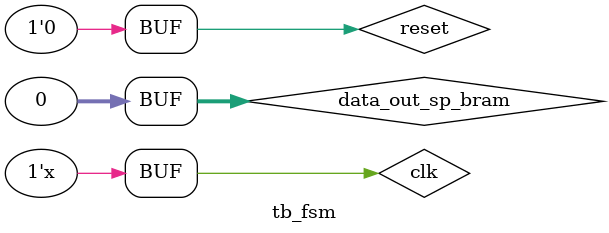
<source format=v>
`timescale 100ns/1ns

module tb_fsm #(
    parameter integer NUM_VAR = 4,

    parameter integer ARRAY_N = 8,
    parameter integer ARRAY_M = 8,

    parameter integer ACT_WIDTH = 8,
    parameter integer WGT_WIDTH = 8,
    parameter integer PE_OUT_WIDTH = 32,

    parameter integer RAM_SIZE = 1024,
    parameter integer ADDR_WIDTH = $clog2(RAM_SIZE),
    
    parameter integer DEPTH = 8,
    parameter integer DATA_WIDTH = 32,
    parameter integer OUT_WIDTH = 32

);
    reg clk;
    reg reset;

    
        //special purpose BRAM
    wire [32-1:0]         addr_sp_bram;
    wire                  enable_sp_bram;
    reg [32-1:0]          data_out_sp_bram;
    wire [4-1 :0]         w_enable_sp_bram;
    wire [32-1:0]         data_in_sp_bram;
        //A_BRAM
    wire [32-1:0]         addr_a_bram;
    wire                  enable_a_bram;
    wire [ARRAY_N-1:0]    bram_to_a_ram_w_en;
        //W_BRAM
    wire [32-1:0]         addr_w_bram;
    wire                  enable_w_bram;
    wire [ARRAY_M-1:0]    bram_to_w_ram_w_en;
        //O_BRAM
    wire [32-1:0]         addr_o_bram;
    wire                  enable_o_bram;
    wire [4-1 :0]         w_enable_o_bram;


    wire                          system_reset;
    //A buf
    wire                          a_buf_on;
    wire [ADDR_WIDTH-1:0]         a_base_addr;
    wire [$clog2(ARRAY_N) : 0]    a_num_rows;
    //W_buf
    wire                          mode;
    wire                          w_buf_on;
    wire [ADDR_WIDTH -1:0]        w_base_addr;
    wire [$clog2(ARRAY_N):0]      w_num_cols;
    //systolic array
    wire [2:0]                    operation_signal_in;
    wire [5 : 0]                  DEBUG_state;
    //O_buffer
    wire                          o_idx_gen_on;
    wire                          o_ag_o_on;
    wire                          o_drain;
    wire [ADDR_WIDTH -1 : 0]      o_base_addr;
    wire [$clog2(ARRAY_M)-1:0]    o_ram_idx;
    wire [ADDR_WIDTH-1 : 0]       o_read_addr;
    


    fsm_copy #(
        .NUM_VAR(NUM_VAR),
        .ARRAY_M(ARRAY_M),
        .ARRAY_N(ARRAY_N),
        .ACT_WIDTH(ACT_WIDTH),
        .WGT_WIDTH(WGT_WIDTH),
        .PE_OUT_WIDTH(PE_OUT_WIDTH),
        .RAM_SIZE(RAM_SIZE),
        .DEPTH(DEPTH),
        .DATA_WIDTH(DATA_WIDTH),
        .OUT_WIDTH(OUT_WIDTH)
    ) fsm_inst (
        .clk(clk),
        .reset(reset),
        .addr_sp_bram(addr_sp_bram),
        .enable_sp_bram(enable_sp_bram),
        .data_out_sp_bram(data_out_sp_bram),
        .w_enable_sp_bram(w_enable_sp_bram),
        .data_in_sp_bram(data_in_sp_bram),
            //A_BRAM
        .addr_a_bram(addr_a_bram),
        .enable_a_bram(enable_a_bram),
        .bram_to_a_ram_w_en(bram_to_a_ram_w_en),
            //W_BRAM
        .addr_w_bram(addr_w_bram),
        .enable_w_bram(enable_w_bram),
        .bram_to_w_ram_w_en(bram_to_w_ram_w_en),
            //O_BRAM
        .addr_o_bram(addr_o_bram),
        .enable_o_bram(enable_o_bram),
        .w_enable_o_bram(w_enable_o_bram),


        .system_reset(system_reset),
        //A buf
        .a_buf_on(a_buf_on),
        .a_base_addr(a_base_addr),
        .a_num_rows(a_num_rows),
        //W_buf
        .mode(mode),
        .w_buf_on(w_buf_on),
        .w_base_addr(w_base_addr),
        .w_num_cols(w_num_cols),
        //systolic array
        .operation_signal_in(operation_signal_in),

        //O_buffer
        .o_idx_gen_on(o_idx_gen_on),
        .o_ag_o_on(o_ag_o_on),
        .o_drain(o_drain),
        .o_base_addr(o_base_addr),
        .o_ram_idx(o_ram_idx),
        .o_read_addr(o_read_addr),
        //DEBUG
        .DEBUG_state(DEBUG_state)
    );

    initial begin
        clk=1;
        reset=1;
        data_out_sp_bram=0;
        #10
        reset=0;
        data_out_sp_bram=1;
        #150
        data_out_sp_bram=0;

    end
    always #0.5 clk = !clk;
endmodule
</source>
